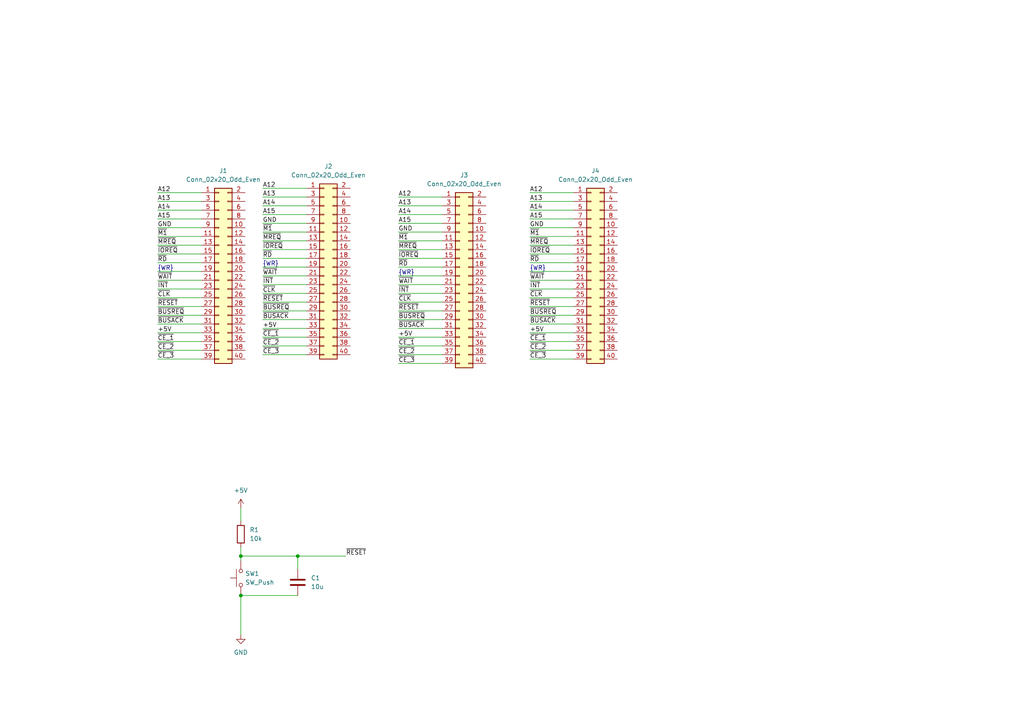
<source format=kicad_sch>
(kicad_sch (version 20250114) (generator "eeschema") (generator_version "9.0")
  (paper "A4")
  (lib_symbols
    (symbol "Connector_Generic:Conn_02x20_Odd_Even" (pin_names (offset 1.016) (hide yes))
      (property "Reference" "J" (at 1.27 25.4 0))
      (property "Value" "Conn_02x20_Odd_Even" (at 1.27 -27.94 0))
      (symbol "Conn_02x20_Odd_Even_1_1"
        (rectangle (start -1.27 24.13) (end 3.81 -26.67) (stroke (width 0.254)) (fill (type background)))
        (rectangle (start -1.27 22.987) (end 0 22.733) (stroke (width 0.1524)))
        (rectangle (start -1.27 20.447) (end 0 20.193) (stroke (width 0.1524)))
        (rectangle (start -1.27 17.907) (end 0 17.653) (stroke (width 0.1524)))
        (rectangle (start -1.27 15.367) (end 0 15.113) (stroke (width 0.1524)))
        (rectangle (start -1.27 12.827) (end 0 12.573) (stroke (width 0.1524)))
        (rectangle (start -1.27 10.287) (end 0 10.033) (stroke (width 0.1524)))
        (rectangle (start -1.27 7.747) (end 0 7.493) (stroke (width 0.1524)))
        (rectangle (start -1.27 5.207) (end 0 4.953) (stroke (width 0.1524)))
        (rectangle (start -1.27 2.667) (end 0 2.413) (stroke (width 0.1524)))
        (rectangle (start -1.27 0.127) (end 0 -0.127) (stroke (width 0.1524)))
        (rectangle (start -1.27 -2.413) (end 0 -2.667) (stroke (width 0.1524)))
        (rectangle (start -1.27 -4.953) (end 0 -5.207) (stroke (width 0.1524)))
        (rectangle (start -1.27 -7.493) (end 0 -7.747) (stroke (width 0.1524)))
        (rectangle (start -1.27 -10.033) (end 0 -10.287) (stroke (width 0.1524)))
        (rectangle (start -1.27 -12.573) (end 0 -12.827) (stroke (width 0.1524)))
        (rectangle (start -1.27 -15.113) (end 0 -15.367) (stroke (width 0.1524)))
        (rectangle (start -1.27 -17.653) (end 0 -17.907) (stroke (width 0.1524)))
        (rectangle (start -1.27 -20.193) (end 0 -20.447) (stroke (width 0.1524)))
        (rectangle (start -1.27 -22.733) (end 0 -22.987) (stroke (width 0.1524)))
        (rectangle (start -1.27 -25.273) (end 0 -25.527) (stroke (width 0.1524)))
        (rectangle (start 3.81 22.987) (end 2.54 22.733) (stroke (width 0.1524)))
        (rectangle (start 3.81 20.447) (end 2.54 20.193) (stroke (width 0.1524)))
        (rectangle (start 3.81 17.907) (end 2.54 17.653) (stroke (width 0.1524)))
        (rectangle (start 3.81 15.367) (end 2.54 15.113) (stroke (width 0.1524)))
        (rectangle (start 3.81 12.827) (end 2.54 12.573) (stroke (width 0.1524)))
        (rectangle (start 3.81 10.287) (end 2.54 10.033) (stroke (width 0.1524)))
        (rectangle (start 3.81 7.747) (end 2.54 7.493) (stroke (width 0.1524)))
        (rectangle (start 3.81 5.207) (end 2.54 4.953) (stroke (width 0.1524)))
        (rectangle (start 3.81 2.667) (end 2.54 2.413) (stroke (width 0.1524)))
        (rectangle (start 3.81 0.127) (end 2.54 -0.127) (stroke (width 0.1524)))
        (rectangle (start 3.81 -2.413) (end 2.54 -2.667) (stroke (width 0.1524)))
        (rectangle (start 3.81 -4.953) (end 2.54 -5.207) (stroke (width 0.1524)))
        (rectangle (start 3.81 -7.493) (end 2.54 -7.747) (stroke (width 0.1524)))
        (rectangle (start 3.81 -10.033) (end 2.54 -10.287) (stroke (width 0.1524)))
        (rectangle (start 3.81 -12.573) (end 2.54 -12.827) (stroke (width 0.1524)))
        (rectangle (start 3.81 -15.113) (end 2.54 -15.367) (stroke (width 0.1524)))
        (rectangle (start 3.81 -17.653) (end 2.54 -17.907) (stroke (width 0.1524)))
        (rectangle (start 3.81 -20.193) (end 2.54 -20.447) (stroke (width 0.1524)))
        (rectangle (start 3.81 -22.733) (end 2.54 -22.987) (stroke (width 0.1524)))
        (rectangle (start 3.81 -25.273) (end 2.54 -25.527) (stroke (width 0.1524)))
        (pin passive line (at -5.08 22.86 0) (length 3.81) (name "Pin_1") (number "1"))
        (pin passive line (at -5.08 20.32 0) (length 3.81) (name "Pin_3") (number "3"))
        (pin passive line (at -5.08 17.78 0) (length 3.81) (name "Pin_5") (number "5"))
        (pin passive line (at -5.08 15.24 0) (length 3.81) (name "Pin_7") (number "7"))
        (pin passive line (at -5.08 12.7 0) (length 3.81) (name "Pin_9") (number "9"))
        (pin passive line (at -5.08 10.16 0) (length 3.81) (name "Pin_11") (number "11"))
        (pin passive line (at -5.08 7.62 0) (length 3.81) (name "Pin_13") (number "13"))
        (pin passive line (at -5.08 5.08 0) (length 3.81) (name "Pin_15") (number "15"))
        (pin passive line (at -5.08 2.54 0) (length 3.81) (name "Pin_17") (number "17"))
        (pin passive line (at -5.08 0 0) (length 3.81) (name "Pin_19") (number "19"))
        (pin passive line (at -5.08 -2.54 0) (length 3.81) (name "Pin_21") (number "21"))
        (pin passive line (at -5.08 -5.08 0) (length 3.81) (name "Pin_23") (number "23"))
        (pin passive line (at -5.08 -7.62 0) (length 3.81) (name "Pin_25") (number "25"))
        (pin passive line (at -5.08 -10.16 0) (length 3.81) (name "Pin_27") (number "27"))
        (pin passive line (at -5.08 -12.7 0) (length 3.81) (name "Pin_29") (number "29"))
        (pin passive line (at -5.08 -15.24 0) (length 3.81) (name "Pin_31") (number "31"))
        (pin passive line (at -5.08 -17.78 0) (length 3.81) (name "Pin_33") (number "33"))
        (pin passive line (at -5.08 -20.32 0) (length 3.81) (name "Pin_35") (number "35"))
        (pin passive line (at -5.08 -22.86 0) (length 3.81) (name "Pin_37") (number "37"))
        (pin passive line (at -5.08 -25.4 0) (length 3.81) (name "Pin_39") (number "39"))
        (pin passive line (at 7.62 22.86 180) (length 3.81) (name "Pin_2") (number "2"))
        (pin passive line (at 7.62 20.32 180) (length 3.81) (name "Pin_4") (number "4"))
        (pin passive line (at 7.62 17.78 180) (length 3.81) (name "Pin_6") (number "6"))
        (pin passive line (at 7.62 15.24 180) (length 3.81) (name "Pin_8") (number "8"))
        (pin passive line (at 7.62 12.7 180) (length 3.81) (name "Pin_10") (number "10"))
        (pin passive line (at 7.62 10.16 180) (length 3.81) (name "Pin_12") (number "12"))
        (pin passive line (at 7.62 7.62 180) (length 3.81) (name "Pin_14") (number "14"))
        (pin passive line (at 7.62 5.08 180) (length 3.81) (name "Pin_16") (number "16"))
        (pin passive line (at 7.62 2.54 180) (length 3.81) (name "Pin_18") (number "18"))
        (pin passive line (at 7.62 0 180) (length 3.81) (name "Pin_20") (number "20"))
        (pin passive line (at 7.62 -2.54 180) (length 3.81) (name "Pin_22") (number "22"))
        (pin passive line (at 7.62 -5.08 180) (length 3.81) (name "Pin_24") (number "24"))
        (pin passive line (at 7.62 -7.62 180) (length 3.81) (name "Pin_26") (number "26"))
        (pin passive line (at 7.62 -10.16 180) (length 3.81) (name "Pin_28") (number "28"))
        (pin passive line (at 7.62 -12.7 180) (length 3.81) (name "Pin_30") (number "30"))
        (pin passive line (at 7.62 -15.24 180) (length 3.81) (name "Pin_32") (number "32"))
        (pin passive line (at 7.62 -17.78 180) (length 3.81) (name "Pin_34") (number "34"))
        (pin passive line (at 7.62 -20.32 180) (length 3.81) (name "Pin_36") (number "36"))
        (pin passive line (at 7.62 -22.86 180) (length 3.81) (name "Pin_38") (number "38"))
        (pin passive line (at 7.62 -25.4 180) (length 3.81) (name "Pin_40") (number "40"))
      )
    )
    (symbol "Device:C" (pin_numbers (hide yes)) (pin_names (offset 0.254))
      (property "Reference" "C" (at 0.635 2.54 0))
      (property "Value" "C" (at 0.635 -2.54 0))
      (symbol "C_0_1"
        (polyline (pts (xy -2.032 0.762) (xy 2.032 0.762)) (stroke (width 0.508)))
        (polyline (pts (xy -2.032 -0.762) (xy 2.032 -0.762)) (stroke (width 0.508)))
      )
      (symbol "C_1_1"
        (pin passive line (at 0 3.81 270) (length 2.794) (name "~") (number "1"))
        (pin passive line (at 0 -3.81 90) (length 2.794) (name "~") (number "2"))
      )
    )
    (symbol "Device:R" (pin_numbers (hide yes)) (pin_names (offset 0))
      (property "Reference" "R" (at 2.032 0 90))
      (property "Value" "R" (at 0 0 90))
      (symbol "R_0_1"
        (rectangle (start -1.016 -2.54) (end 1.016 2.54) (stroke (width 0.254)))
      )
      (symbol "R_1_1"
        (pin passive line (at 0 3.81 270) (length 1.27) (name "~") (number "1"))
        (pin passive line (at 0 -3.81 90) (length 1.27) (name "~") (number "2"))
      )
    )
    (symbol "Switch:SW_Push" (pin_numbers (hide yes)) (pin_names (offset 1.016) (hide yes))
      (property "Reference" "SW" (at 1.27 2.54 0))
      (property "Value" "SW_Push" (at 0 -1.524 0))
      (symbol "SW_Push_0_1"
        (circle (center -2.032 0) (radius 0.508))
        (polyline (pts (xy 0 1.27) (xy 0 3.048)))
        (circle (center 2.032 0) (radius 0.508))
        (polyline (pts (xy 2.54 1.27) (xy -2.54 1.27)))
        (pin passive line (at -5.08 0 0) (length 2.54) (name "1") (number "1"))
        (pin passive line (at 5.08 0 180) (length 2.54) (name "2") (number "2"))
      )
    )
    (symbol "power:+5V" (power) (pin_numbers (hide yes)) (pin_names (offset 0) (hide yes))
      (property "Value" "+5V" (at 0 3.556 0))
      (symbol "+5V_0_1"
        (polyline (pts (xy -0.762 1.27) (xy 0 2.54)))
        (polyline (pts (xy 0 2.54) (xy 0.762 1.27)))
        (polyline (pts (xy 0 0) (xy 0 2.54)))
      )
      (symbol "+5V_1_1"
        (pin power_in line (at 0 0 90) (length 0) (name "~") (number "1"))
      )
    )
    (symbol "power:GND" (power) (pin_numbers (hide yes)) (pin_names (offset 0) (hide yes))
      (property "Value" "GND" (at 0 -3.81 0))
      (symbol "GND_0_1"
        (polyline (pts (xy 0 0) (xy 0 -1.27) (xy 1.27 -1.27) (xy 0 -2.54) (xy -1.27 -1.27) (xy 0 -1.27)))
      )
      (symbol "GND_1_1"
        (pin power_in line (at 0 0 270) (length 0) (name "~") (number "1"))
      )
    )
  )
  (junction (at 69.85 161.29))
  (junction (at 86.36 161.29))
  (junction (at 69.85 172.72))
  (wire (pts (xy 45.72 93.98) (xy 58.42 93.98)))
  (wire (pts (xy 153.67 60.96) (xy 166.37 60.96)))
  (wire (pts (xy 69.85 147.32) (xy 69.85 151.13)))
  (wire (pts (xy 115.57 57.15) (xy 128.27 57.15)))
  (wire (pts (xy 76.2 74.93) (xy 88.9 74.93)))
  (wire (pts (xy 153.67 63.5) (xy 166.37 63.5)))
  (wire (pts (xy 76.2 102.87) (xy 88.9 102.87)))
  (wire (pts (xy 76.2 72.39) (xy 88.9 72.39)))
  (wire (pts (xy 115.57 80.01) (xy 128.27 80.01)))
  (wire (pts (xy 153.67 78.74) (xy 166.37 78.74)))
  (wire (pts (xy 45.72 104.14) (xy 58.42 104.14)))
  (wire (pts (xy 86.36 165.1) (xy 86.36 161.29)))
  (wire (pts (xy 153.67 81.28) (xy 166.37 81.28)))
  (wire (pts (xy 45.72 55.88) (xy 58.42 55.88)))
  (wire (pts (xy 115.57 64.77) (xy 128.27 64.77)))
  (wire (pts (xy 153.67 86.36) (xy 166.37 86.36)))
  (wire (pts (xy 153.67 99.06) (xy 166.37 99.06)))
  (wire (pts (xy 115.57 67.31) (xy 128.27 67.31)))
  (wire (pts (xy 45.72 83.82) (xy 58.42 83.82)))
  (wire (pts (xy 76.2 69.85) (xy 88.9 69.85)))
  (wire (pts (xy 115.57 62.23) (xy 128.27 62.23)))
  (wire (pts (xy 153.67 58.42) (xy 166.37 58.42)))
  (wire (pts (xy 76.2 54.61) (xy 88.9 54.61)))
  (wire (pts (xy 86.36 161.29) (xy 100.33 161.29)))
  (wire (pts (xy 115.57 59.69) (xy 128.27 59.69)))
  (wire (pts (xy 76.2 100.33) (xy 88.9 100.33)))
  (wire (pts (xy 69.85 161.29) (xy 69.85 162.56)))
  (wire (pts (xy 115.57 97.79) (xy 128.27 97.79)))
  (wire (pts (xy 45.72 86.36) (xy 58.42 86.36)))
  (wire (pts (xy 76.2 80.01) (xy 88.9 80.01)))
  (wire (pts (xy 86.36 161.29) (xy 69.85 161.29)))
  (wire (pts (xy 115.57 105.41) (xy 128.27 105.41)))
  (wire (pts (xy 76.2 87.63) (xy 88.9 87.63)))
  (wire (pts (xy 153.67 88.9) (xy 166.37 88.9)))
  (wire (pts (xy 76.2 92.71) (xy 88.9 92.71)))
  (wire (pts (xy 115.57 72.39) (xy 128.27 72.39)))
  (wire (pts (xy 153.67 71.12) (xy 166.37 71.12)))
  (wire (pts (xy 76.2 57.15) (xy 88.9 57.15)))
  (wire (pts (xy 153.67 83.82) (xy 166.37 83.82)))
  (wire (pts (xy 69.85 158.75) (xy 69.85 161.29)))
  (wire (pts (xy 45.72 99.06) (xy 58.42 99.06)))
  (wire (pts (xy 76.2 64.77) (xy 88.9 64.77)))
  (wire (pts (xy 115.57 102.87) (xy 128.27 102.87)))
  (wire (pts (xy 153.67 73.66) (xy 166.37 73.66)))
  (wire (pts (xy 115.57 92.71) (xy 128.27 92.71)))
  (wire (pts (xy 76.2 62.23) (xy 88.9 62.23)))
  (wire (pts (xy 76.2 82.55) (xy 88.9 82.55)))
  (wire (pts (xy 69.85 172.72) (xy 86.36 172.72)))
  (wire (pts (xy 76.2 95.25) (xy 88.9 95.25)))
  (wire (pts (xy 76.2 67.31) (xy 88.9 67.31)))
  (wire (pts (xy 45.72 101.6) (xy 58.42 101.6)))
  (wire (pts (xy 115.57 87.63) (xy 128.27 87.63)))
  (wire (pts (xy 45.72 78.74) (xy 58.42 78.74)))
  (wire (pts (xy 153.67 66.04) (xy 166.37 66.04)))
  (wire (pts (xy 45.72 73.66) (xy 58.42 73.66)))
  (wire (pts (xy 45.72 63.5) (xy 58.42 63.5)))
  (wire (pts (xy 45.72 66.04) (xy 58.42 66.04)))
  (wire (pts (xy 76.2 77.47) (xy 88.9 77.47)))
  (wire (pts (xy 45.72 96.52) (xy 58.42 96.52)))
  (wire (pts (xy 115.57 95.25) (xy 128.27 95.25)))
  (wire (pts (xy 153.67 93.98) (xy 166.37 93.98)))
  (wire (pts (xy 45.72 76.2) (xy 58.42 76.2)))
  (wire (pts (xy 115.57 77.47) (xy 128.27 77.47)))
  (wire (pts (xy 45.72 68.58) (xy 58.42 68.58)))
  (wire (pts (xy 45.72 88.9) (xy 58.42 88.9)))
  (wire (pts (xy 76.2 59.69) (xy 88.9 59.69)))
  (wire (pts (xy 45.72 71.12) (xy 58.42 71.12)))
  (wire (pts (xy 153.67 68.58) (xy 166.37 68.58)))
  (wire (pts (xy 153.67 76.2) (xy 166.37 76.2)))
  (wire (pts (xy 45.72 91.44) (xy 58.42 91.44)))
  (wire (pts (xy 45.72 81.28) (xy 58.42 81.28)))
  (wire (pts (xy 76.2 97.79) (xy 88.9 97.79)))
  (wire (pts (xy 153.67 91.44) (xy 166.37 91.44)))
  (wire (pts (xy 153.67 101.6) (xy 166.37 101.6)))
  (wire (pts (xy 115.57 85.09) (xy 128.27 85.09)))
  (wire (pts (xy 115.57 82.55) (xy 128.27 82.55)))
  (wire (pts (xy 153.67 55.88) (xy 166.37 55.88)))
  (wire (pts (xy 76.2 90.17) (xy 88.9 90.17)))
  (wire (pts (xy 115.57 100.33) (xy 128.27 100.33)))
  (wire (pts (xy 76.2 85.09) (xy 88.9 85.09)))
  (wire (pts (xy 115.57 69.85) (xy 128.27 69.85)))
  (wire (pts (xy 45.72 58.42) (xy 58.42 58.42)))
  (wire (pts (xy 153.67 104.14) (xy 166.37 104.14)))
  (wire (pts (xy 45.72 60.96) (xy 58.42 60.96)))
  (wire (pts (xy 115.57 74.93) (xy 128.27 74.93)))
  (wire (pts (xy 153.67 96.52) (xy 166.37 96.52)))
  (wire (pts (xy 69.85 172.72) (xy 69.85 184.15)))
  (wire (pts (xy 115.57 90.17) (xy 128.27 90.17)))
  (label "A14" (at 115.57 62.23 0))
  (label "~{IOREQ}" (at 115.57 74.93 0))
  (label "A12" (at 115.57 57.15 0))
  (label "~{RD}" (at 115.57 77.47 0))
  (label "~{CE_2}" (at 45.72 101.6 0))
  (label "~{BUSACK}" (at 45.72 93.98 0))
  (label "~{RD}" (at 153.67 76.2 0))
  (label "{WR}" (at 115.57 80.01 0))
  (label "~{CE_3}" (at 76.2 102.87 0))
  (label "~{WAIT}" (at 153.67 81.28 0))
  (label "GND" (at 76.2 64.77 0))
  (label "~{WAIT}" (at 115.57 82.55 0))
  (label "~{CE_1}" (at 76.2 97.79 0))
  (label "~{INT}" (at 115.57 85.09 0))
  (label "~{RESET}" (at 115.57 90.17 0))
  (label "~{MREQ}" (at 115.57 72.39 0))
  (label "A14" (at 153.67 60.96 0))
  (label "~{CE_2}" (at 76.2 100.33 0))
  (label "~{CLK}" (at 115.57 87.63 0))
  (label "~{RESET}" (at 100.33 161.29 0))
  (label "~{BUSREQ}" (at 45.72 91.44 0))
  (label "~{BUSREQ}" (at 115.57 92.71 0))
  (label "A14" (at 76.2 59.69 0))
  (label "~{BUSREQ}" (at 153.67 91.44 0))
  (label "A14" (at 45.72 60.96 0))
  (label "~{BUSACK}" (at 153.67 93.98 0))
  (label "~{MREQ}" (at 45.72 71.12 0))
  (label "+5V" (at 76.2 95.25 0))
  (label "~{WAIT}" (at 45.72 81.28 0))
  (label "~{M1}" (at 76.2 67.31 0))
  (label "A13" (at 45.72 58.42 0))
  (label "~{INT}" (at 76.2 82.55 0))
  (label "GND" (at 115.57 67.31 0))
  (label "~{CE_2}" (at 153.67 101.6 0))
  (label "{WR}" (at 45.72 78.74 0))
  (label "~{CLK}" (at 45.72 86.36 0))
  (label "~{MREQ}" (at 76.2 69.85 0))
  (label "~{CE_1}" (at 45.72 99.06 0))
  (label "GND" (at 45.72 66.04 0))
  (label "A13" (at 153.67 58.42 0))
  (label "A15" (at 76.2 62.23 0))
  (label "~{M1}" (at 153.67 68.58 0))
  (label "~{RESET}" (at 45.72 88.9 0))
  (label "~{RESET}" (at 153.67 88.9 0))
  (label "~{IOREQ}" (at 45.72 73.66 0))
  (label "~{RD}" (at 45.72 76.2 0))
  (label "~{CLK}" (at 153.67 86.36 0))
  (label "~{BUSACK}" (at 115.57 95.25 0))
  (label "~{WAIT}" (at 76.2 80.01 0))
  (label "A12" (at 45.72 55.88 0))
  (label "A15" (at 153.67 63.5 0))
  (label "~{BUSREQ}" (at 76.2 90.17 0))
  (label "~{RD}" (at 76.2 74.93 0))
  (label "+5V" (at 153.67 96.52 0))
  (label "~{INT}" (at 45.72 83.82 0))
  (label "~{CLK}" (at 76.2 85.09 0))
  (label "~{BUSACK}" (at 76.2 92.71 0))
  (label "~{CE_1}" (at 153.67 99.06 0))
  (label "~{CE_3}" (at 115.57 105.41 0))
  (label "{WR}" (at 153.67 78.74 0))
  (label "~{CE_2}" (at 115.57 102.87 0))
  (label "~{CE_1}" (at 115.57 100.33 0))
  (label "{WR}" (at 76.2 77.47 0))
  (label "A15" (at 45.72 63.5 0))
  (label "~{IOREQ}" (at 76.2 72.39 0))
  (label "~{MREQ}" (at 153.67 71.12 0))
  (label "A15" (at 115.57 64.77 0))
  (label "+5V" (at 115.57 97.79 0))
  (label "A13" (at 115.57 59.69 0))
  (label "~{RESET}" (at 76.2 87.63 0))
  (label "~{M1}" (at 45.72 68.58 0))
  (label "~{CE_3}" (at 45.72 104.14 0))
  (label "~{M1}" (at 115.57 69.85 0))
  (label "A12" (at 153.67 55.88 0))
  (label "A13" (at 76.2 57.15 0))
  (label "GND" (at 153.67 66.04 0))
  (label "~{INT}" (at 153.67 83.82 0))
  (label "~{CE_3}" (at 153.67 104.14 0))
  (label "+5V" (at 45.72 96.52 0))
  (label "A12" (at 76.2 54.61 0))
  (label "~{IOREQ}" (at 153.67 73.66 0))
  (symbol (lib_id "Connector_Generic:Conn_02x20_Odd_Even") (at 133.35 80.01 0) (unit 1)
    (property "Reference" "J3" (at 134.62 50.8 0))
    (property "Value" "Conn_02x20_Odd_Even" (at 134.62 53.34 0))
    (property "Footprint" "Library:PinSocket_2x20_P2.54mm_Vertical_Mirrored" (effects (hide yes)))
    (property "Description" "Generic connector, double row, 02x20, odd/even pin numbering scheme (row 1 odd numbers, row 2 even numbers), script generated (kicad-library-utils/schlib/autogen/connector/)" (effects (hide yes)))
  )
  (symbol (lib_id "Device:R") (at 69.85 154.94 0) (unit 1)
    (property "Reference" "R1" (at 72.39 153.6699 0) (effects (justify left)))
    (property "Value" "10k" (at 72.39 156.2099 0) (effects (justify left)))
    (property "Footprint" "Resistor_SMD:R_0805_2012Metric_Pad1.20x1.40mm_HandSolder" (effects (hide yes)))
    (property "Description" "Resistor" (effects (hide yes)))
  )
  (symbol (lib_id "Connector_Generic:Conn_02x20_Odd_Even") (at 93.98 77.47 0) (unit 1)
    (property "Reference" "J2" (at 95.25 48.26 0))
    (property "Value" "Conn_02x20_Odd_Even" (at 95.25 50.8 0))
    (property "Footprint" "Library:PinSocket_2x20_P2.54mm_Vertical_Mirrored" (effects (hide yes)))
    (property "Description" "Generic connector, double row, 02x20, odd/even pin numbering scheme (row 1 odd numbers, row 2 even numbers), script generated (kicad-library-utils/schlib/autogen/connector/)" (effects (hide yes)))
  )
  (symbol (lib_id "Device:C") (at 86.36 168.91 0) (unit 1)
    (property "Reference" "C1" (at 90.17 167.6399 0) (effects (justify left)))
    (property "Value" "10u" (at 90.17 170.1799 0) (effects (justify left)))
    (property "Description" "Unpolarized capacitor" (effects (hide yes)))
  )
  (symbol (lib_id "power:+5V") (at 69.85 147.32 0) (unit 1)
    (property "Reference" "#PWR02" (effects (hide yes)))
    (property "Value" "+5V" (at 69.85 142.24 0))
    (property "Description" "Power symbol creates a global label with name \"+5V\"" (effects (hide yes)))
  )
  (symbol (lib_id "Connector_Generic:Conn_02x20_Odd_Even") (at 63.5 78.74 0) (unit 1)
    (property "Reference" "J1" (at 64.77 49.53 0))
    (property "Value" "Conn_02x20_Odd_Even" (at 64.77 52.07 0))
    (property "Footprint" "Library:PinSocket_2x20_P2.54mm_Vertical_Mirrored" (effects (hide yes)))
    (property "Description" "Generic connector, double row, 02x20, odd/even pin numbering scheme (row 1 odd numbers, row 2 even numbers), script generated (kicad-library-utils/schlib/autogen/connector/)" (effects (hide yes)))
  )
  (symbol (lib_id "Connector_Generic:Conn_02x20_Odd_Even") (at 171.45 78.74 0) (unit 1)
    (property "Reference" "J4" (at 172.72 49.53 0))
    (property "Value" "Conn_02x20_Odd_Even" (at 172.72 52.07 0))
    (property "Footprint" "Connector_PinHeader_2.54mm:PinHeader_2x20_P2.54mm_Vertical" (effects (hide yes)))
    (property "Description" "Generic connector, double row, 02x20, odd/even pin numbering scheme (row 1 odd numbers, row 2 even numbers), script generated (kicad-library-utils/schlib/autogen/connector/)" (effects (hide yes)))
  )
  (symbol (lib_id "Switch:SW_Push") (at 69.85 167.64 90) (unit 1)
    (property "Reference" "SW1" (at 71.12 166.3699 90) (effects (justify right)))
    (property "Value" "SW_Push" (at 71.12 168.9099 90) (effects (justify right)))
    (property "Footprint" "Button_Switch_THT:SW_PUSH_6mm_H4.3mm" (effects (hide yes)))
    (property "Description" "Push button switch, generic, two pins" (effects (hide yes)))
  )
  (symbol (lib_id "power:GND") (at 69.85 184.15 0) (unit 1)
    (property "Reference" "#PWR01" (effects (hide yes)))
    (property "Value" "GND" (at 69.85 189.23 0))
    (property "Description" "Power symbol creates a global label with name \"GND\" , ground" (effects (hide yes)))
  )
)
</source>
